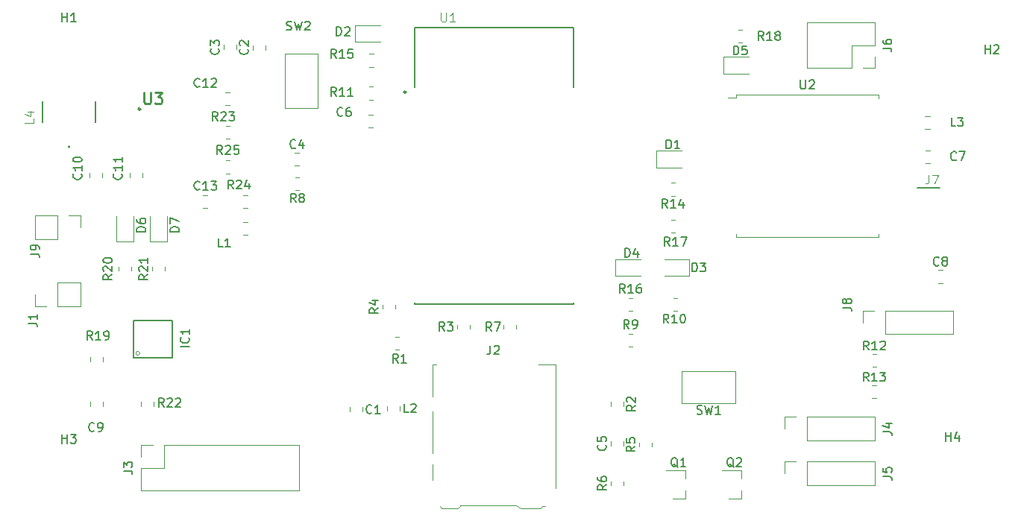
<source format=gbr>
%TF.GenerationSoftware,KiCad,Pcbnew,(5.1.9)-1*%
%TF.CreationDate,2021-07-21T07:35:28-05:00*%
%TF.ProjectId,SE_placa,53455f70-6c61-4636-912e-6b696361645f,A*%
%TF.SameCoordinates,Original*%
%TF.FileFunction,Legend,Top*%
%TF.FilePolarity,Positive*%
%FSLAX46Y46*%
G04 Gerber Fmt 4.6, Leading zero omitted, Abs format (unit mm)*
G04 Created by KiCad (PCBNEW (5.1.9)-1) date 2021-07-21 07:35:28*
%MOMM*%
%LPD*%
G01*
G04 APERTURE LIST*
%ADD10C,0.120000*%
%ADD11C,0.127000*%
%ADD12C,0.240000*%
%ADD13C,0.100000*%
%ADD14C,0.200000*%
%ADD15C,0.254000*%
%ADD16C,0.150000*%
%ADD17C,0.015000*%
G04 APERTURE END LIST*
D10*
%TO.C,J3*%
X123765000Y-73720000D02*
X123765000Y-71120000D01*
X123765000Y-73720000D02*
X141665000Y-73720000D01*
X141665000Y-73720000D02*
X141665000Y-68520000D01*
X126365000Y-68520000D02*
X141665000Y-68520000D01*
X126365000Y-71120000D02*
X126365000Y-68520000D01*
X123765000Y-71120000D02*
X126365000Y-71120000D01*
X123765000Y-68520000D02*
X125095000Y-68520000D01*
X123765000Y-69850000D02*
X123765000Y-68520000D01*
%TO.C,U2*%
X191290000Y-28730000D02*
X207490000Y-28730000D01*
X207490000Y-28730000D02*
X207490000Y-29130000D01*
X191290000Y-44530000D02*
X191290000Y-44930000D01*
X191290000Y-44930000D02*
X207490000Y-44930000D01*
X207490000Y-44930000D02*
X207490000Y-44530000D01*
X191290000Y-28730000D02*
X191290000Y-29080000D01*
X191290000Y-29080000D02*
X190390000Y-29080000D01*
%TO.C,R10*%
X184647064Y-53313000D02*
X184192936Y-53313000D01*
X184647064Y-51843000D02*
X184192936Y-51843000D01*
D11*
%TO.C,U1*%
X154830000Y-27880000D02*
X154830000Y-21130000D01*
X154830000Y-21130000D02*
X172830000Y-21130000D01*
X172830000Y-21130000D02*
X172830000Y-27880000D01*
X154830000Y-52530000D02*
X172830000Y-52530000D01*
X172830000Y-52530000D02*
X172830000Y-52330000D01*
X154830000Y-52380000D02*
X154830000Y-52530000D01*
D12*
X153850000Y-28430000D02*
G75*
G03*
X153850000Y-28430000I-120000J0D01*
G01*
D10*
%TO.C,J2*%
X166835000Y-75695000D02*
X166325000Y-75345000D01*
X169345000Y-75495000D02*
X169605000Y-75495000D01*
X169145000Y-75695000D02*
X169345000Y-75495000D01*
X159745000Y-75695000D02*
X159955000Y-75495000D01*
X159955000Y-75345000D02*
X159955000Y-75495000D01*
X159955000Y-75345000D02*
X166325000Y-75345000D01*
X156855000Y-70735000D02*
X156855000Y-72535000D01*
X156855000Y-64735000D02*
X156855000Y-69435000D01*
X157885000Y-75695000D02*
X157685000Y-75495000D01*
X157885000Y-75695000D02*
X159745000Y-75695000D01*
X169145000Y-75695000D02*
X166835000Y-75695000D01*
X156855000Y-59425000D02*
X156855000Y-63035000D01*
X157305000Y-59425000D02*
X156855000Y-59425000D01*
X170825000Y-59425000D02*
X170825000Y-73435000D01*
X168905000Y-59425000D02*
X170825000Y-59425000D01*
%TO.C,R11*%
X149632936Y-27840000D02*
X150087064Y-27840000D01*
X149632936Y-29310000D02*
X150087064Y-29310000D01*
%TO.C,R18*%
X192013064Y-22833000D02*
X191558936Y-22833000D01*
X192013064Y-21363000D02*
X191558936Y-21363000D01*
%TO.C,SW2*%
X143836000Y-24118000D02*
X143836000Y-30238000D01*
X143836000Y-30238000D02*
X140136000Y-30238000D01*
X140136000Y-30238000D02*
X140136000Y-24118000D01*
X140136000Y-24118000D02*
X143836000Y-24118000D01*
D11*
%TO.C,J7*%
X214455000Y-39340000D02*
X211855000Y-39340000D01*
D10*
%TO.C,J6*%
X207070000Y-20514000D02*
X207070000Y-23114000D01*
X207070000Y-20514000D02*
X199330000Y-20514000D01*
X199330000Y-20514000D02*
X199330000Y-25714000D01*
X204470000Y-25714000D02*
X199330000Y-25714000D01*
X204470000Y-23114000D02*
X204470000Y-25714000D01*
X207070000Y-23114000D02*
X204470000Y-23114000D01*
X207070000Y-25714000D02*
X205740000Y-25714000D01*
X207070000Y-24384000D02*
X207070000Y-25714000D01*
%TO.C,C7*%
X212844748Y-35079000D02*
X213367252Y-35079000D01*
X212844748Y-36549000D02*
X213367252Y-36549000D01*
%TO.C,R19*%
X119480000Y-58573936D02*
X119480000Y-59028064D01*
X118010000Y-58573936D02*
X118010000Y-59028064D01*
%TO.C,C10*%
X117883000Y-38107252D02*
X117883000Y-37584748D01*
X119353000Y-38107252D02*
X119353000Y-37584748D01*
%TO.C,R8*%
X141721064Y-39597000D02*
X141266936Y-39597000D01*
X141721064Y-38127000D02*
X141266936Y-38127000D01*
%TO.C,R16*%
X179567064Y-53313000D02*
X179112936Y-53313000D01*
X179567064Y-51843000D02*
X179112936Y-51843000D01*
%TO.C,R17*%
X183922936Y-42953000D02*
X184377064Y-42953000D01*
X183922936Y-44423000D02*
X184377064Y-44423000D01*
%TO.C,R14*%
X184377064Y-40232000D02*
X183922936Y-40232000D01*
X184377064Y-38762000D02*
X183922936Y-38762000D01*
%TO.C,R15*%
X150134564Y-25563500D02*
X149680436Y-25563500D01*
X150134564Y-24093500D02*
X149680436Y-24093500D01*
%TO.C,R9*%
X179112936Y-55907000D02*
X179567064Y-55907000D01*
X179112936Y-57377000D02*
X179567064Y-57377000D01*
%TO.C,R7*%
X166343000Y-54906936D02*
X166343000Y-55361064D01*
X164873000Y-54906936D02*
X164873000Y-55361064D01*
%TO.C,R6*%
X177065000Y-73109064D02*
X177065000Y-72654936D01*
X178535000Y-73109064D02*
X178535000Y-72654936D01*
%TO.C,R5*%
X180303500Y-68727564D02*
X180303500Y-68273436D01*
X181773500Y-68727564D02*
X181773500Y-68273436D01*
%TO.C,R4*%
X151157000Y-53043064D02*
X151157000Y-52588936D01*
X152627000Y-53043064D02*
X152627000Y-52588936D01*
%TO.C,R3*%
X161136000Y-54890936D02*
X161136000Y-55345064D01*
X159666000Y-54890936D02*
X159666000Y-55345064D01*
%TO.C,R2*%
X178535000Y-63637936D02*
X178535000Y-64092064D01*
X177065000Y-63637936D02*
X177065000Y-64092064D01*
%TO.C,R1*%
X152633436Y-56224500D02*
X153087564Y-56224500D01*
X152633436Y-57694500D02*
X153087564Y-57694500D01*
%TO.C,Q2*%
X191895000Y-74605000D02*
X191895000Y-73675000D01*
X191895000Y-71445000D02*
X191895000Y-72375000D01*
X191895000Y-71445000D02*
X189735000Y-71445000D01*
X191895000Y-74605000D02*
X190435000Y-74605000D01*
%TO.C,Q1*%
X185545000Y-74605000D02*
X185545000Y-73675000D01*
X185545000Y-71445000D02*
X185545000Y-72375000D01*
X185545000Y-71445000D02*
X183385000Y-71445000D01*
X185545000Y-74605000D02*
X184085000Y-74605000D01*
%TO.C,L3*%
X213294752Y-32650500D02*
X212772248Y-32650500D01*
X213294752Y-31230500D02*
X212772248Y-31230500D01*
%TO.C,L2*%
X153110000Y-64118748D02*
X153110000Y-64641252D01*
X151690000Y-64118748D02*
X151690000Y-64641252D01*
%TO.C,J4*%
X199390000Y-68005000D02*
X199390000Y-65345000D01*
X199390000Y-68005000D02*
X207070000Y-68005000D01*
X207070000Y-68005000D02*
X207070000Y-65345000D01*
X199390000Y-65345000D02*
X207070000Y-65345000D01*
X196790000Y-65345000D02*
X198120000Y-65345000D01*
X196790000Y-66675000D02*
X196790000Y-65345000D01*
%TO.C,J8*%
X208280000Y-55940000D02*
X208280000Y-53280000D01*
X208280000Y-55940000D02*
X215960000Y-55940000D01*
X215960000Y-55940000D02*
X215960000Y-53280000D01*
X208280000Y-53280000D02*
X215960000Y-53280000D01*
X205680000Y-53280000D02*
X207010000Y-53280000D01*
X205680000Y-54610000D02*
X205680000Y-53280000D01*
%TO.C,D5*%
X192770000Y-24440000D02*
X189910000Y-24440000D01*
X189910000Y-24440000D02*
X189910000Y-26360000D01*
X189910000Y-26360000D02*
X192770000Y-26360000D01*
%TO.C,D4*%
X180451000Y-47427000D02*
X177591000Y-47427000D01*
X177591000Y-47427000D02*
X177591000Y-49347000D01*
X177591000Y-49347000D02*
X180451000Y-49347000D01*
%TO.C,D3*%
X183150000Y-49347000D02*
X186010000Y-49347000D01*
X186010000Y-49347000D02*
X186010000Y-47427000D01*
X186010000Y-47427000D02*
X183150000Y-47427000D01*
%TO.C,D1*%
X185141000Y-35108000D02*
X182281000Y-35108000D01*
X182281000Y-35108000D02*
X182281000Y-37028000D01*
X182281000Y-37028000D02*
X185141000Y-37028000D01*
%TO.C,D2*%
X150903000Y-20835000D02*
X148043000Y-20835000D01*
X148043000Y-20835000D02*
X148043000Y-22755000D01*
X148043000Y-22755000D02*
X150903000Y-22755000D01*
%TO.C,C8*%
X214241748Y-48668000D02*
X214764252Y-48668000D01*
X214241748Y-50138000D02*
X214764252Y-50138000D01*
%TO.C,C6*%
X149598748Y-31015000D02*
X150121252Y-31015000D01*
X149598748Y-32485000D02*
X150121252Y-32485000D01*
%TO.C,C4*%
X141216748Y-35333000D02*
X141739252Y-35333000D01*
X141216748Y-36803000D02*
X141739252Y-36803000D01*
%TO.C,C5*%
X177065000Y-68608752D02*
X177065000Y-68086248D01*
X178535000Y-68608752D02*
X178535000Y-68086248D01*
%TO.C,C1*%
X148944000Y-64212748D02*
X148944000Y-64735252D01*
X147474000Y-64212748D02*
X147474000Y-64735252D01*
%TO.C,C2*%
X137895000Y-23629252D02*
X137895000Y-23106748D01*
X136425000Y-23629252D02*
X136425000Y-23106748D01*
%TO.C,C3*%
X133123000Y-23607752D02*
X133123000Y-23085248D01*
X134593000Y-23607752D02*
X134593000Y-23085248D01*
%TO.C,C9*%
X118010000Y-63577748D02*
X118010000Y-64100252D01*
X119480000Y-63577748D02*
X119480000Y-64100252D01*
%TO.C,C11*%
X123925000Y-38128752D02*
X123925000Y-37606248D01*
X122455000Y-38128752D02*
X122455000Y-37606248D01*
%TO.C,C12*%
X133321248Y-28475000D02*
X133843752Y-28475000D01*
X133321248Y-29945000D02*
X133843752Y-29945000D01*
%TO.C,C13*%
X130781248Y-40159000D02*
X131303752Y-40159000D01*
X130781248Y-41629000D02*
X131303752Y-41629000D01*
%TO.C,D6*%
X122880000Y-45430000D02*
X122880000Y-42570000D01*
X120960000Y-45430000D02*
X122880000Y-45430000D01*
X120960000Y-42570000D02*
X120960000Y-45430000D01*
%TO.C,D7*%
X124770000Y-42570000D02*
X124770000Y-45430000D01*
X124770000Y-45430000D02*
X126690000Y-45430000D01*
X126690000Y-45430000D02*
X126690000Y-42570000D01*
D11*
%TO.C,IC1*%
X122895000Y-58615000D02*
X127295000Y-58615000D01*
X127295000Y-58615000D02*
X127295000Y-54415000D01*
X127295000Y-54415000D02*
X122895000Y-54415000D01*
X122895000Y-54415000D02*
X122895000Y-58615000D01*
D13*
X123618606Y-58115000D02*
G75*
G03*
X123618606Y-58115000I-223606J0D01*
G01*
D10*
%TO.C,J1*%
X116900000Y-52765000D02*
X116900000Y-50105000D01*
X114300000Y-52765000D02*
X116900000Y-52765000D01*
X114300000Y-50105000D02*
X116900000Y-50105000D01*
X114300000Y-52765000D02*
X114300000Y-50105000D01*
X113030000Y-52765000D02*
X111700000Y-52765000D01*
X111700000Y-52765000D02*
X111700000Y-51435000D01*
%TO.C,J5*%
X199390000Y-73085000D02*
X199390000Y-70425000D01*
X199390000Y-73085000D02*
X207070000Y-73085000D01*
X207070000Y-73085000D02*
X207070000Y-70425000D01*
X199390000Y-70425000D02*
X207070000Y-70425000D01*
X196790000Y-70425000D02*
X198120000Y-70425000D01*
X196790000Y-71755000D02*
X196790000Y-70425000D01*
%TO.C,J9*%
X116900000Y-42485000D02*
X116900000Y-43815000D01*
X115570000Y-42485000D02*
X116900000Y-42485000D01*
X114300000Y-42485000D02*
X114300000Y-45145000D01*
X114300000Y-45145000D02*
X111700000Y-45145000D01*
X114300000Y-42485000D02*
X111700000Y-42485000D01*
X111700000Y-42485000D02*
X111700000Y-45145000D01*
%TO.C,L1*%
X135374748Y-43232000D02*
X135897252Y-43232000D01*
X135374748Y-44652000D02*
X135897252Y-44652000D01*
D11*
%TO.C,L4*%
X112570000Y-31870000D02*
X112570000Y-29470000D01*
X118570000Y-31870000D02*
X118570000Y-29470000D01*
D14*
X115670000Y-34670000D02*
G75*
G03*
X115670000Y-34670000I-100000J0D01*
G01*
D10*
%TO.C,R12*%
X206782936Y-58193000D02*
X207237064Y-58193000D01*
X206782936Y-59663000D02*
X207237064Y-59663000D01*
%TO.C,R13*%
X206766936Y-63219000D02*
X207221064Y-63219000D01*
X206766936Y-61749000D02*
X207221064Y-61749000D01*
%TO.C,R20*%
X122655000Y-48757064D02*
X122655000Y-48302936D01*
X121185000Y-48757064D02*
X121185000Y-48302936D01*
%TO.C,R21*%
X124995000Y-48757064D02*
X124995000Y-48302936D01*
X126465000Y-48757064D02*
X126465000Y-48302936D01*
%TO.C,R22*%
X123725000Y-63637936D02*
X123725000Y-64092064D01*
X125195000Y-63637936D02*
X125195000Y-64092064D01*
%TO.C,R23*%
X133847064Y-33755000D02*
X133392936Y-33755000D01*
X133847064Y-32285000D02*
X133392936Y-32285000D01*
%TO.C,R24*%
X135392936Y-40159000D02*
X135847064Y-40159000D01*
X135392936Y-41629000D02*
X135847064Y-41629000D01*
%TO.C,R25*%
X133847064Y-36222000D02*
X133392936Y-36222000D01*
X133847064Y-37692000D02*
X133392936Y-37692000D01*
%TO.C,SW1*%
X191274000Y-60126000D02*
X191274000Y-63826000D01*
X185154000Y-60126000D02*
X191274000Y-60126000D01*
X185154000Y-63826000D02*
X185154000Y-60126000D01*
X191274000Y-63826000D02*
X185154000Y-63826000D01*
D15*
%TO.C,U3*%
X123701000Y-30358000D02*
G75*
G03*
X123701000Y-30358000I-125000J0D01*
G01*
%TO.C,J3*%
D16*
X121777380Y-71453333D02*
X122491666Y-71453333D01*
X122634523Y-71500952D01*
X122729761Y-71596190D01*
X122777380Y-71739047D01*
X122777380Y-71834285D01*
X121777380Y-71072380D02*
X121777380Y-70453333D01*
X122158333Y-70786666D01*
X122158333Y-70643809D01*
X122205952Y-70548571D01*
X122253571Y-70500952D01*
X122348809Y-70453333D01*
X122586904Y-70453333D01*
X122682142Y-70500952D01*
X122729761Y-70548571D01*
X122777380Y-70643809D01*
X122777380Y-70929523D01*
X122729761Y-71024761D01*
X122682142Y-71072380D01*
%TO.C,U2*%
X198628095Y-27082380D02*
X198628095Y-27891904D01*
X198675714Y-27987142D01*
X198723333Y-28034761D01*
X198818571Y-28082380D01*
X199009047Y-28082380D01*
X199104285Y-28034761D01*
X199151904Y-27987142D01*
X199199523Y-27891904D01*
X199199523Y-27082380D01*
X199628095Y-27177619D02*
X199675714Y-27130000D01*
X199770952Y-27082380D01*
X200009047Y-27082380D01*
X200104285Y-27130000D01*
X200151904Y-27177619D01*
X200199523Y-27272857D01*
X200199523Y-27368095D01*
X200151904Y-27510952D01*
X199580476Y-28082380D01*
X200199523Y-28082380D01*
%TO.C,R10*%
X183650142Y-54681380D02*
X183316809Y-54205190D01*
X183078714Y-54681380D02*
X183078714Y-53681380D01*
X183459666Y-53681380D01*
X183554904Y-53729000D01*
X183602523Y-53776619D01*
X183650142Y-53871857D01*
X183650142Y-54014714D01*
X183602523Y-54109952D01*
X183554904Y-54157571D01*
X183459666Y-54205190D01*
X183078714Y-54205190D01*
X184602523Y-54681380D02*
X184031095Y-54681380D01*
X184316809Y-54681380D02*
X184316809Y-53681380D01*
X184221571Y-53824238D01*
X184126333Y-53919476D01*
X184031095Y-53967095D01*
X185221571Y-53681380D02*
X185316809Y-53681380D01*
X185412047Y-53729000D01*
X185459666Y-53776619D01*
X185507285Y-53871857D01*
X185554904Y-54062333D01*
X185554904Y-54300428D01*
X185507285Y-54490904D01*
X185459666Y-54586142D01*
X185412047Y-54633761D01*
X185316809Y-54681380D01*
X185221571Y-54681380D01*
X185126333Y-54633761D01*
X185078714Y-54586142D01*
X185031095Y-54490904D01*
X184983476Y-54300428D01*
X184983476Y-54062333D01*
X185031095Y-53871857D01*
X185078714Y-53776619D01*
X185126333Y-53729000D01*
X185221571Y-53681380D01*
%TO.C,U1*%
D17*
X157829711Y-19458536D02*
X157829711Y-20269870D01*
X157877437Y-20365321D01*
X157925162Y-20413046D01*
X158020613Y-20460772D01*
X158211515Y-20460772D01*
X158306966Y-20413046D01*
X158354692Y-20365321D01*
X158402417Y-20269870D01*
X158402417Y-19458536D01*
X159404653Y-20460772D02*
X158831947Y-20460772D01*
X159118300Y-20460772D02*
X159118300Y-19458536D01*
X159022849Y-19601713D01*
X158927398Y-19697164D01*
X158831947Y-19744889D01*
%TO.C,J2*%
D16*
X163421666Y-57237380D02*
X163421666Y-57951666D01*
X163374047Y-58094523D01*
X163278809Y-58189761D01*
X163135952Y-58237380D01*
X163040714Y-58237380D01*
X163850238Y-57332619D02*
X163897857Y-57285000D01*
X163993095Y-57237380D01*
X164231190Y-57237380D01*
X164326428Y-57285000D01*
X164374047Y-57332619D01*
X164421666Y-57427857D01*
X164421666Y-57523095D01*
X164374047Y-57665952D01*
X163802619Y-58237380D01*
X164421666Y-58237380D01*
%TO.C,R11*%
X145915142Y-28900380D02*
X145581809Y-28424190D01*
X145343714Y-28900380D02*
X145343714Y-27900380D01*
X145724666Y-27900380D01*
X145819904Y-27948000D01*
X145867523Y-27995619D01*
X145915142Y-28090857D01*
X145915142Y-28233714D01*
X145867523Y-28328952D01*
X145819904Y-28376571D01*
X145724666Y-28424190D01*
X145343714Y-28424190D01*
X146867523Y-28900380D02*
X146296095Y-28900380D01*
X146581809Y-28900380D02*
X146581809Y-27900380D01*
X146486571Y-28043238D01*
X146391333Y-28138476D01*
X146296095Y-28186095D01*
X147819904Y-28900380D02*
X147248476Y-28900380D01*
X147534190Y-28900380D02*
X147534190Y-27900380D01*
X147438952Y-28043238D01*
X147343714Y-28138476D01*
X147248476Y-28186095D01*
%TO.C,R18*%
X194429142Y-22550380D02*
X194095809Y-22074190D01*
X193857714Y-22550380D02*
X193857714Y-21550380D01*
X194238666Y-21550380D01*
X194333904Y-21598000D01*
X194381523Y-21645619D01*
X194429142Y-21740857D01*
X194429142Y-21883714D01*
X194381523Y-21978952D01*
X194333904Y-22026571D01*
X194238666Y-22074190D01*
X193857714Y-22074190D01*
X195381523Y-22550380D02*
X194810095Y-22550380D01*
X195095809Y-22550380D02*
X195095809Y-21550380D01*
X195000571Y-21693238D01*
X194905333Y-21788476D01*
X194810095Y-21836095D01*
X195952952Y-21978952D02*
X195857714Y-21931333D01*
X195810095Y-21883714D01*
X195762476Y-21788476D01*
X195762476Y-21740857D01*
X195810095Y-21645619D01*
X195857714Y-21598000D01*
X195952952Y-21550380D01*
X196143428Y-21550380D01*
X196238666Y-21598000D01*
X196286285Y-21645619D01*
X196333904Y-21740857D01*
X196333904Y-21788476D01*
X196286285Y-21883714D01*
X196238666Y-21931333D01*
X196143428Y-21978952D01*
X195952952Y-21978952D01*
X195857714Y-22026571D01*
X195810095Y-22074190D01*
X195762476Y-22169428D01*
X195762476Y-22359904D01*
X195810095Y-22455142D01*
X195857714Y-22502761D01*
X195952952Y-22550380D01*
X196143428Y-22550380D01*
X196238666Y-22502761D01*
X196286285Y-22455142D01*
X196333904Y-22359904D01*
X196333904Y-22169428D01*
X196286285Y-22074190D01*
X196238666Y-22026571D01*
X196143428Y-21978952D01*
%TO.C,SW2*%
X140271666Y-21359761D02*
X140414523Y-21407380D01*
X140652619Y-21407380D01*
X140747857Y-21359761D01*
X140795476Y-21312142D01*
X140843095Y-21216904D01*
X140843095Y-21121666D01*
X140795476Y-21026428D01*
X140747857Y-20978809D01*
X140652619Y-20931190D01*
X140462142Y-20883571D01*
X140366904Y-20835952D01*
X140319285Y-20788333D01*
X140271666Y-20693095D01*
X140271666Y-20597857D01*
X140319285Y-20502619D01*
X140366904Y-20455000D01*
X140462142Y-20407380D01*
X140700238Y-20407380D01*
X140843095Y-20455000D01*
X141176428Y-20407380D02*
X141414523Y-21407380D01*
X141605000Y-20693095D01*
X141795476Y-21407380D01*
X142033571Y-20407380D01*
X142366904Y-20502619D02*
X142414523Y-20455000D01*
X142509761Y-20407380D01*
X142747857Y-20407380D01*
X142843095Y-20455000D01*
X142890714Y-20502619D01*
X142938333Y-20597857D01*
X142938333Y-20693095D01*
X142890714Y-20835952D01*
X142319285Y-21407380D01*
X142938333Y-21407380D01*
%TO.C,J7*%
D17*
X213192626Y-37851909D02*
X213192626Y-38566999D01*
X213144953Y-38710017D01*
X213049608Y-38805362D01*
X212906590Y-38853035D01*
X212811245Y-38853035D01*
X213574007Y-37851909D02*
X214241425Y-37851909D01*
X213812371Y-38853035D01*
%TO.C,J6*%
D16*
X207962380Y-23447333D02*
X208676666Y-23447333D01*
X208819523Y-23494952D01*
X208914761Y-23590190D01*
X208962380Y-23733047D01*
X208962380Y-23828285D01*
X207962380Y-22542571D02*
X207962380Y-22733047D01*
X208010000Y-22828285D01*
X208057619Y-22875904D01*
X208200476Y-22971142D01*
X208390952Y-23018761D01*
X208771904Y-23018761D01*
X208867142Y-22971142D01*
X208914761Y-22923523D01*
X208962380Y-22828285D01*
X208962380Y-22637809D01*
X208914761Y-22542571D01*
X208867142Y-22494952D01*
X208771904Y-22447333D01*
X208533809Y-22447333D01*
X208438571Y-22494952D01*
X208390952Y-22542571D01*
X208343333Y-22637809D01*
X208343333Y-22828285D01*
X208390952Y-22923523D01*
X208438571Y-22971142D01*
X208533809Y-23018761D01*
%TO.C,C7*%
X216304833Y-36107642D02*
X216257214Y-36155261D01*
X216114357Y-36202880D01*
X216019119Y-36202880D01*
X215876261Y-36155261D01*
X215781023Y-36060023D01*
X215733404Y-35964785D01*
X215685785Y-35774309D01*
X215685785Y-35631452D01*
X215733404Y-35440976D01*
X215781023Y-35345738D01*
X215876261Y-35250500D01*
X216019119Y-35202880D01*
X216114357Y-35202880D01*
X216257214Y-35250500D01*
X216304833Y-35298119D01*
X216638166Y-35202880D02*
X217304833Y-35202880D01*
X216876261Y-36202880D01*
%TO.C,R19*%
X118229142Y-56586380D02*
X117895809Y-56110190D01*
X117657714Y-56586380D02*
X117657714Y-55586380D01*
X118038666Y-55586380D01*
X118133904Y-55634000D01*
X118181523Y-55681619D01*
X118229142Y-55776857D01*
X118229142Y-55919714D01*
X118181523Y-56014952D01*
X118133904Y-56062571D01*
X118038666Y-56110190D01*
X117657714Y-56110190D01*
X119181523Y-56586380D02*
X118610095Y-56586380D01*
X118895809Y-56586380D02*
X118895809Y-55586380D01*
X118800571Y-55729238D01*
X118705333Y-55824476D01*
X118610095Y-55872095D01*
X119657714Y-56586380D02*
X119848190Y-56586380D01*
X119943428Y-56538761D01*
X119991047Y-56491142D01*
X120086285Y-56348285D01*
X120133904Y-56157809D01*
X120133904Y-55776857D01*
X120086285Y-55681619D01*
X120038666Y-55634000D01*
X119943428Y-55586380D01*
X119752952Y-55586380D01*
X119657714Y-55634000D01*
X119610095Y-55681619D01*
X119562476Y-55776857D01*
X119562476Y-56014952D01*
X119610095Y-56110190D01*
X119657714Y-56157809D01*
X119752952Y-56205428D01*
X119943428Y-56205428D01*
X120038666Y-56157809D01*
X120086285Y-56110190D01*
X120133904Y-56014952D01*
%TO.C,C10*%
X116943142Y-37726857D02*
X116990761Y-37774476D01*
X117038380Y-37917333D01*
X117038380Y-38012571D01*
X116990761Y-38155428D01*
X116895523Y-38250666D01*
X116800285Y-38298285D01*
X116609809Y-38345904D01*
X116466952Y-38345904D01*
X116276476Y-38298285D01*
X116181238Y-38250666D01*
X116086000Y-38155428D01*
X116038380Y-38012571D01*
X116038380Y-37917333D01*
X116086000Y-37774476D01*
X116133619Y-37726857D01*
X117038380Y-36774476D02*
X117038380Y-37345904D01*
X117038380Y-37060190D02*
X116038380Y-37060190D01*
X116181238Y-37155428D01*
X116276476Y-37250666D01*
X116324095Y-37345904D01*
X116038380Y-36155428D02*
X116038380Y-36060190D01*
X116086000Y-35964952D01*
X116133619Y-35917333D01*
X116228857Y-35869714D01*
X116419333Y-35822095D01*
X116657428Y-35822095D01*
X116847904Y-35869714D01*
X116943142Y-35917333D01*
X116990761Y-35964952D01*
X117038380Y-36060190D01*
X117038380Y-36155428D01*
X116990761Y-36250666D01*
X116943142Y-36298285D01*
X116847904Y-36345904D01*
X116657428Y-36393523D01*
X116419333Y-36393523D01*
X116228857Y-36345904D01*
X116133619Y-36298285D01*
X116086000Y-36250666D01*
X116038380Y-36155428D01*
%TO.C,R8*%
X141327333Y-40964380D02*
X140994000Y-40488190D01*
X140755904Y-40964380D02*
X140755904Y-39964380D01*
X141136857Y-39964380D01*
X141232095Y-40012000D01*
X141279714Y-40059619D01*
X141327333Y-40154857D01*
X141327333Y-40297714D01*
X141279714Y-40392952D01*
X141232095Y-40440571D01*
X141136857Y-40488190D01*
X140755904Y-40488190D01*
X141898761Y-40392952D02*
X141803523Y-40345333D01*
X141755904Y-40297714D01*
X141708285Y-40202476D01*
X141708285Y-40154857D01*
X141755904Y-40059619D01*
X141803523Y-40012000D01*
X141898761Y-39964380D01*
X142089238Y-39964380D01*
X142184476Y-40012000D01*
X142232095Y-40059619D01*
X142279714Y-40154857D01*
X142279714Y-40202476D01*
X142232095Y-40297714D01*
X142184476Y-40345333D01*
X142089238Y-40392952D01*
X141898761Y-40392952D01*
X141803523Y-40440571D01*
X141755904Y-40488190D01*
X141708285Y-40583428D01*
X141708285Y-40773904D01*
X141755904Y-40869142D01*
X141803523Y-40916761D01*
X141898761Y-40964380D01*
X142089238Y-40964380D01*
X142184476Y-40916761D01*
X142232095Y-40869142D01*
X142279714Y-40773904D01*
X142279714Y-40583428D01*
X142232095Y-40488190D01*
X142184476Y-40440571D01*
X142089238Y-40392952D01*
%TO.C,R16*%
X178681142Y-51252380D02*
X178347809Y-50776190D01*
X178109714Y-51252380D02*
X178109714Y-50252380D01*
X178490666Y-50252380D01*
X178585904Y-50300000D01*
X178633523Y-50347619D01*
X178681142Y-50442857D01*
X178681142Y-50585714D01*
X178633523Y-50680952D01*
X178585904Y-50728571D01*
X178490666Y-50776190D01*
X178109714Y-50776190D01*
X179633523Y-51252380D02*
X179062095Y-51252380D01*
X179347809Y-51252380D02*
X179347809Y-50252380D01*
X179252571Y-50395238D01*
X179157333Y-50490476D01*
X179062095Y-50538095D01*
X180490666Y-50252380D02*
X180300190Y-50252380D01*
X180204952Y-50300000D01*
X180157333Y-50347619D01*
X180062095Y-50490476D01*
X180014476Y-50680952D01*
X180014476Y-51061904D01*
X180062095Y-51157142D01*
X180109714Y-51204761D01*
X180204952Y-51252380D01*
X180395428Y-51252380D01*
X180490666Y-51204761D01*
X180538285Y-51157142D01*
X180585904Y-51061904D01*
X180585904Y-50823809D01*
X180538285Y-50728571D01*
X180490666Y-50680952D01*
X180395428Y-50633333D01*
X180204952Y-50633333D01*
X180109714Y-50680952D01*
X180062095Y-50728571D01*
X180014476Y-50823809D01*
%TO.C,R17*%
X183761142Y-45918380D02*
X183427809Y-45442190D01*
X183189714Y-45918380D02*
X183189714Y-44918380D01*
X183570666Y-44918380D01*
X183665904Y-44966000D01*
X183713523Y-45013619D01*
X183761142Y-45108857D01*
X183761142Y-45251714D01*
X183713523Y-45346952D01*
X183665904Y-45394571D01*
X183570666Y-45442190D01*
X183189714Y-45442190D01*
X184713523Y-45918380D02*
X184142095Y-45918380D01*
X184427809Y-45918380D02*
X184427809Y-44918380D01*
X184332571Y-45061238D01*
X184237333Y-45156476D01*
X184142095Y-45204095D01*
X185046857Y-44918380D02*
X185713523Y-44918380D01*
X185284952Y-45918380D01*
%TO.C,R14*%
X183507142Y-41599380D02*
X183173809Y-41123190D01*
X182935714Y-41599380D02*
X182935714Y-40599380D01*
X183316666Y-40599380D01*
X183411904Y-40647000D01*
X183459523Y-40694619D01*
X183507142Y-40789857D01*
X183507142Y-40932714D01*
X183459523Y-41027952D01*
X183411904Y-41075571D01*
X183316666Y-41123190D01*
X182935714Y-41123190D01*
X184459523Y-41599380D02*
X183888095Y-41599380D01*
X184173809Y-41599380D02*
X184173809Y-40599380D01*
X184078571Y-40742238D01*
X183983333Y-40837476D01*
X183888095Y-40885095D01*
X185316666Y-40932714D02*
X185316666Y-41599380D01*
X185078571Y-40551761D02*
X184840476Y-41266047D01*
X185459523Y-41266047D01*
%TO.C,R15*%
X145915142Y-24582380D02*
X145581809Y-24106190D01*
X145343714Y-24582380D02*
X145343714Y-23582380D01*
X145724666Y-23582380D01*
X145819904Y-23630000D01*
X145867523Y-23677619D01*
X145915142Y-23772857D01*
X145915142Y-23915714D01*
X145867523Y-24010952D01*
X145819904Y-24058571D01*
X145724666Y-24106190D01*
X145343714Y-24106190D01*
X146867523Y-24582380D02*
X146296095Y-24582380D01*
X146581809Y-24582380D02*
X146581809Y-23582380D01*
X146486571Y-23725238D01*
X146391333Y-23820476D01*
X146296095Y-23868095D01*
X147772285Y-23582380D02*
X147296095Y-23582380D01*
X147248476Y-24058571D01*
X147296095Y-24010952D01*
X147391333Y-23963333D01*
X147629428Y-23963333D01*
X147724666Y-24010952D01*
X147772285Y-24058571D01*
X147819904Y-24153809D01*
X147819904Y-24391904D01*
X147772285Y-24487142D01*
X147724666Y-24534761D01*
X147629428Y-24582380D01*
X147391333Y-24582380D01*
X147296095Y-24534761D01*
X147248476Y-24487142D01*
%TO.C,R9*%
X179157333Y-55316380D02*
X178824000Y-54840190D01*
X178585904Y-55316380D02*
X178585904Y-54316380D01*
X178966857Y-54316380D01*
X179062095Y-54364000D01*
X179109714Y-54411619D01*
X179157333Y-54506857D01*
X179157333Y-54649714D01*
X179109714Y-54744952D01*
X179062095Y-54792571D01*
X178966857Y-54840190D01*
X178585904Y-54840190D01*
X179633523Y-55316380D02*
X179824000Y-55316380D01*
X179919238Y-55268761D01*
X179966857Y-55221142D01*
X180062095Y-55078285D01*
X180109714Y-54887809D01*
X180109714Y-54506857D01*
X180062095Y-54411619D01*
X180014476Y-54364000D01*
X179919238Y-54316380D01*
X179728761Y-54316380D01*
X179633523Y-54364000D01*
X179585904Y-54411619D01*
X179538285Y-54506857D01*
X179538285Y-54744952D01*
X179585904Y-54840190D01*
X179633523Y-54887809D01*
X179728761Y-54935428D01*
X179919238Y-54935428D01*
X180014476Y-54887809D01*
X180062095Y-54840190D01*
X180109714Y-54744952D01*
%TO.C,R7*%
X163536333Y-55586380D02*
X163203000Y-55110190D01*
X162964904Y-55586380D02*
X162964904Y-54586380D01*
X163345857Y-54586380D01*
X163441095Y-54634000D01*
X163488714Y-54681619D01*
X163536333Y-54776857D01*
X163536333Y-54919714D01*
X163488714Y-55014952D01*
X163441095Y-55062571D01*
X163345857Y-55110190D01*
X162964904Y-55110190D01*
X163869666Y-54586380D02*
X164536333Y-54586380D01*
X164107761Y-55586380D01*
%TO.C,R6*%
X176602380Y-73048666D02*
X176126190Y-73382000D01*
X176602380Y-73620095D02*
X175602380Y-73620095D01*
X175602380Y-73239142D01*
X175650000Y-73143904D01*
X175697619Y-73096285D01*
X175792857Y-73048666D01*
X175935714Y-73048666D01*
X176030952Y-73096285D01*
X176078571Y-73143904D01*
X176126190Y-73239142D01*
X176126190Y-73620095D01*
X175602380Y-72191523D02*
X175602380Y-72382000D01*
X175650000Y-72477238D01*
X175697619Y-72524857D01*
X175840476Y-72620095D01*
X176030952Y-72667714D01*
X176411904Y-72667714D01*
X176507142Y-72620095D01*
X176554761Y-72572476D01*
X176602380Y-72477238D01*
X176602380Y-72286761D01*
X176554761Y-72191523D01*
X176507142Y-72143904D01*
X176411904Y-72096285D01*
X176173809Y-72096285D01*
X176078571Y-72143904D01*
X176030952Y-72191523D01*
X175983333Y-72286761D01*
X175983333Y-72477238D01*
X176030952Y-72572476D01*
X176078571Y-72620095D01*
X176173809Y-72667714D01*
%TO.C,R5*%
X179840880Y-68667166D02*
X179364690Y-69000500D01*
X179840880Y-69238595D02*
X178840880Y-69238595D01*
X178840880Y-68857642D01*
X178888500Y-68762404D01*
X178936119Y-68714785D01*
X179031357Y-68667166D01*
X179174214Y-68667166D01*
X179269452Y-68714785D01*
X179317071Y-68762404D01*
X179364690Y-68857642D01*
X179364690Y-69238595D01*
X178840880Y-67762404D02*
X178840880Y-68238595D01*
X179317071Y-68286214D01*
X179269452Y-68238595D01*
X179221833Y-68143357D01*
X179221833Y-67905261D01*
X179269452Y-67810023D01*
X179317071Y-67762404D01*
X179412309Y-67714785D01*
X179650404Y-67714785D01*
X179745642Y-67762404D01*
X179793261Y-67810023D01*
X179840880Y-67905261D01*
X179840880Y-68143357D01*
X179793261Y-68238595D01*
X179745642Y-68286214D01*
%TO.C,R4*%
X150694380Y-52982666D02*
X150218190Y-53316000D01*
X150694380Y-53554095D02*
X149694380Y-53554095D01*
X149694380Y-53173142D01*
X149742000Y-53077904D01*
X149789619Y-53030285D01*
X149884857Y-52982666D01*
X150027714Y-52982666D01*
X150122952Y-53030285D01*
X150170571Y-53077904D01*
X150218190Y-53173142D01*
X150218190Y-53554095D01*
X150027714Y-52125523D02*
X150694380Y-52125523D01*
X149646761Y-52363619D02*
X150361047Y-52601714D01*
X150361047Y-51982666D01*
%TO.C,R3*%
X158202333Y-55554380D02*
X157869000Y-55078190D01*
X157630904Y-55554380D02*
X157630904Y-54554380D01*
X158011857Y-54554380D01*
X158107095Y-54602000D01*
X158154714Y-54649619D01*
X158202333Y-54744857D01*
X158202333Y-54887714D01*
X158154714Y-54982952D01*
X158107095Y-55030571D01*
X158011857Y-55078190D01*
X157630904Y-55078190D01*
X158535666Y-54554380D02*
X159154714Y-54554380D01*
X158821380Y-54935333D01*
X158964238Y-54935333D01*
X159059476Y-54982952D01*
X159107095Y-55030571D01*
X159154714Y-55125809D01*
X159154714Y-55363904D01*
X159107095Y-55459142D01*
X159059476Y-55506761D01*
X158964238Y-55554380D01*
X158678523Y-55554380D01*
X158583285Y-55506761D01*
X158535666Y-55459142D01*
%TO.C,R2*%
X179902380Y-64031666D02*
X179426190Y-64365000D01*
X179902380Y-64603095D02*
X178902380Y-64603095D01*
X178902380Y-64222142D01*
X178950000Y-64126904D01*
X178997619Y-64079285D01*
X179092857Y-64031666D01*
X179235714Y-64031666D01*
X179330952Y-64079285D01*
X179378571Y-64126904D01*
X179426190Y-64222142D01*
X179426190Y-64603095D01*
X178997619Y-63650714D02*
X178950000Y-63603095D01*
X178902380Y-63507857D01*
X178902380Y-63269761D01*
X178950000Y-63174523D01*
X178997619Y-63126904D01*
X179092857Y-63079285D01*
X179188095Y-63079285D01*
X179330952Y-63126904D01*
X179902380Y-63698333D01*
X179902380Y-63079285D01*
%TO.C,R1*%
X152931833Y-59189880D02*
X152598500Y-58713690D01*
X152360404Y-59189880D02*
X152360404Y-58189880D01*
X152741357Y-58189880D01*
X152836595Y-58237500D01*
X152884214Y-58285119D01*
X152931833Y-58380357D01*
X152931833Y-58523214D01*
X152884214Y-58618452D01*
X152836595Y-58666071D01*
X152741357Y-58713690D01*
X152360404Y-58713690D01*
X153884214Y-59189880D02*
X153312785Y-59189880D01*
X153598500Y-59189880D02*
X153598500Y-58189880D01*
X153503261Y-58332738D01*
X153408023Y-58427976D01*
X153312785Y-58475595D01*
%TO.C,Q2*%
X191039761Y-71072619D02*
X190944523Y-71025000D01*
X190849285Y-70929761D01*
X190706428Y-70786904D01*
X190611190Y-70739285D01*
X190515952Y-70739285D01*
X190563571Y-70977380D02*
X190468333Y-70929761D01*
X190373095Y-70834523D01*
X190325476Y-70644047D01*
X190325476Y-70310714D01*
X190373095Y-70120238D01*
X190468333Y-70025000D01*
X190563571Y-69977380D01*
X190754047Y-69977380D01*
X190849285Y-70025000D01*
X190944523Y-70120238D01*
X190992142Y-70310714D01*
X190992142Y-70644047D01*
X190944523Y-70834523D01*
X190849285Y-70929761D01*
X190754047Y-70977380D01*
X190563571Y-70977380D01*
X191373095Y-70072619D02*
X191420714Y-70025000D01*
X191515952Y-69977380D01*
X191754047Y-69977380D01*
X191849285Y-70025000D01*
X191896904Y-70072619D01*
X191944523Y-70167857D01*
X191944523Y-70263095D01*
X191896904Y-70405952D01*
X191325476Y-70977380D01*
X191944523Y-70977380D01*
%TO.C,Q1*%
X184689761Y-71072619D02*
X184594523Y-71025000D01*
X184499285Y-70929761D01*
X184356428Y-70786904D01*
X184261190Y-70739285D01*
X184165952Y-70739285D01*
X184213571Y-70977380D02*
X184118333Y-70929761D01*
X184023095Y-70834523D01*
X183975476Y-70644047D01*
X183975476Y-70310714D01*
X184023095Y-70120238D01*
X184118333Y-70025000D01*
X184213571Y-69977380D01*
X184404047Y-69977380D01*
X184499285Y-70025000D01*
X184594523Y-70120238D01*
X184642142Y-70310714D01*
X184642142Y-70644047D01*
X184594523Y-70834523D01*
X184499285Y-70929761D01*
X184404047Y-70977380D01*
X184213571Y-70977380D01*
X185594523Y-70977380D02*
X185023095Y-70977380D01*
X185308809Y-70977380D02*
X185308809Y-69977380D01*
X185213571Y-70120238D01*
X185118333Y-70215476D01*
X185023095Y-70263095D01*
%TO.C,L3*%
X216241333Y-32329380D02*
X215765142Y-32329380D01*
X215765142Y-31329380D01*
X216479428Y-31329380D02*
X217098476Y-31329380D01*
X216765142Y-31710333D01*
X216908000Y-31710333D01*
X217003238Y-31757952D01*
X217050857Y-31805571D01*
X217098476Y-31900809D01*
X217098476Y-32138904D01*
X217050857Y-32234142D01*
X217003238Y-32281761D01*
X216908000Y-32329380D01*
X216622285Y-32329380D01*
X216527047Y-32281761D01*
X216479428Y-32234142D01*
%TO.C,L2*%
X154138333Y-64832380D02*
X153662142Y-64832380D01*
X153662142Y-63832380D01*
X154424047Y-63927619D02*
X154471666Y-63880000D01*
X154566904Y-63832380D01*
X154805000Y-63832380D01*
X154900238Y-63880000D01*
X154947857Y-63927619D01*
X154995476Y-64022857D01*
X154995476Y-64118095D01*
X154947857Y-64260952D01*
X154376428Y-64832380D01*
X154995476Y-64832380D01*
%TO.C,J4*%
X207986380Y-67008333D02*
X208700666Y-67008333D01*
X208843523Y-67055952D01*
X208938761Y-67151190D01*
X208986380Y-67294047D01*
X208986380Y-67389285D01*
X208319714Y-66103571D02*
X208986380Y-66103571D01*
X207938761Y-66341666D02*
X208653047Y-66579761D01*
X208653047Y-65960714D01*
%TO.C,J8*%
X203414380Y-52911333D02*
X204128666Y-52911333D01*
X204271523Y-52958952D01*
X204366761Y-53054190D01*
X204414380Y-53197047D01*
X204414380Y-53292285D01*
X203842952Y-52292285D02*
X203795333Y-52387523D01*
X203747714Y-52435142D01*
X203652476Y-52482761D01*
X203604857Y-52482761D01*
X203509619Y-52435142D01*
X203462000Y-52387523D01*
X203414380Y-52292285D01*
X203414380Y-52101809D01*
X203462000Y-52006571D01*
X203509619Y-51958952D01*
X203604857Y-51911333D01*
X203652476Y-51911333D01*
X203747714Y-51958952D01*
X203795333Y-52006571D01*
X203842952Y-52101809D01*
X203842952Y-52292285D01*
X203890571Y-52387523D01*
X203938190Y-52435142D01*
X204033428Y-52482761D01*
X204223904Y-52482761D01*
X204319142Y-52435142D01*
X204366761Y-52387523D01*
X204414380Y-52292285D01*
X204414380Y-52101809D01*
X204366761Y-52006571D01*
X204319142Y-51958952D01*
X204223904Y-51911333D01*
X204033428Y-51911333D01*
X203938190Y-51958952D01*
X203890571Y-52006571D01*
X203842952Y-52101809D01*
%TO.C,D5*%
X191031904Y-24202380D02*
X191031904Y-23202380D01*
X191270000Y-23202380D01*
X191412857Y-23250000D01*
X191508095Y-23345238D01*
X191555714Y-23440476D01*
X191603333Y-23630952D01*
X191603333Y-23773809D01*
X191555714Y-23964285D01*
X191508095Y-24059523D01*
X191412857Y-24154761D01*
X191270000Y-24202380D01*
X191031904Y-24202380D01*
X192508095Y-23202380D02*
X192031904Y-23202380D01*
X191984285Y-23678571D01*
X192031904Y-23630952D01*
X192127142Y-23583333D01*
X192365238Y-23583333D01*
X192460476Y-23630952D01*
X192508095Y-23678571D01*
X192555714Y-23773809D01*
X192555714Y-24011904D01*
X192508095Y-24107142D01*
X192460476Y-24154761D01*
X192365238Y-24202380D01*
X192127142Y-24202380D01*
X192031904Y-24154761D01*
X191984285Y-24107142D01*
%TO.C,D4*%
X178712904Y-47188380D02*
X178712904Y-46188380D01*
X178951000Y-46188380D01*
X179093857Y-46236000D01*
X179189095Y-46331238D01*
X179236714Y-46426476D01*
X179284333Y-46616952D01*
X179284333Y-46759809D01*
X179236714Y-46950285D01*
X179189095Y-47045523D01*
X179093857Y-47140761D01*
X178951000Y-47188380D01*
X178712904Y-47188380D01*
X180141476Y-46521714D02*
X180141476Y-47188380D01*
X179903380Y-46140761D02*
X179665285Y-46855047D01*
X180284333Y-46855047D01*
%TO.C,D3*%
X186341904Y-48839380D02*
X186341904Y-47839380D01*
X186580000Y-47839380D01*
X186722857Y-47887000D01*
X186818095Y-47982238D01*
X186865714Y-48077476D01*
X186913333Y-48267952D01*
X186913333Y-48410809D01*
X186865714Y-48601285D01*
X186818095Y-48696523D01*
X186722857Y-48791761D01*
X186580000Y-48839380D01*
X186341904Y-48839380D01*
X187246666Y-47839380D02*
X187865714Y-47839380D01*
X187532380Y-48220333D01*
X187675238Y-48220333D01*
X187770476Y-48267952D01*
X187818095Y-48315571D01*
X187865714Y-48410809D01*
X187865714Y-48648904D01*
X187818095Y-48744142D01*
X187770476Y-48791761D01*
X187675238Y-48839380D01*
X187389523Y-48839380D01*
X187294285Y-48791761D01*
X187246666Y-48744142D01*
%TO.C,D1*%
X183402904Y-34870380D02*
X183402904Y-33870380D01*
X183641000Y-33870380D01*
X183783857Y-33918000D01*
X183879095Y-34013238D01*
X183926714Y-34108476D01*
X183974333Y-34298952D01*
X183974333Y-34441809D01*
X183926714Y-34632285D01*
X183879095Y-34727523D01*
X183783857Y-34822761D01*
X183641000Y-34870380D01*
X183402904Y-34870380D01*
X184926714Y-34870380D02*
X184355285Y-34870380D01*
X184641000Y-34870380D02*
X184641000Y-33870380D01*
X184545761Y-34013238D01*
X184450523Y-34108476D01*
X184355285Y-34156095D01*
%TO.C,D2*%
X145946904Y-22042380D02*
X145946904Y-21042380D01*
X146185000Y-21042380D01*
X146327857Y-21090000D01*
X146423095Y-21185238D01*
X146470714Y-21280476D01*
X146518333Y-21470952D01*
X146518333Y-21613809D01*
X146470714Y-21804285D01*
X146423095Y-21899523D01*
X146327857Y-21994761D01*
X146185000Y-22042380D01*
X145946904Y-22042380D01*
X146899285Y-21137619D02*
X146946904Y-21090000D01*
X147042142Y-21042380D01*
X147280238Y-21042380D01*
X147375476Y-21090000D01*
X147423095Y-21137619D01*
X147470714Y-21232857D01*
X147470714Y-21328095D01*
X147423095Y-21470952D01*
X146851666Y-22042380D01*
X147470714Y-22042380D01*
%TO.C,C8*%
X214336333Y-48080142D02*
X214288714Y-48127761D01*
X214145857Y-48175380D01*
X214050619Y-48175380D01*
X213907761Y-48127761D01*
X213812523Y-48032523D01*
X213764904Y-47937285D01*
X213717285Y-47746809D01*
X213717285Y-47603952D01*
X213764904Y-47413476D01*
X213812523Y-47318238D01*
X213907761Y-47223000D01*
X214050619Y-47175380D01*
X214145857Y-47175380D01*
X214288714Y-47223000D01*
X214336333Y-47270619D01*
X214907761Y-47603952D02*
X214812523Y-47556333D01*
X214764904Y-47508714D01*
X214717285Y-47413476D01*
X214717285Y-47365857D01*
X214764904Y-47270619D01*
X214812523Y-47223000D01*
X214907761Y-47175380D01*
X215098238Y-47175380D01*
X215193476Y-47223000D01*
X215241095Y-47270619D01*
X215288714Y-47365857D01*
X215288714Y-47413476D01*
X215241095Y-47508714D01*
X215193476Y-47556333D01*
X215098238Y-47603952D01*
X214907761Y-47603952D01*
X214812523Y-47651571D01*
X214764904Y-47699190D01*
X214717285Y-47794428D01*
X214717285Y-47984904D01*
X214764904Y-48080142D01*
X214812523Y-48127761D01*
X214907761Y-48175380D01*
X215098238Y-48175380D01*
X215193476Y-48127761D01*
X215241095Y-48080142D01*
X215288714Y-47984904D01*
X215288714Y-47794428D01*
X215241095Y-47699190D01*
X215193476Y-47651571D01*
X215098238Y-47603952D01*
%TO.C,C6*%
X146645333Y-31091142D02*
X146597714Y-31138761D01*
X146454857Y-31186380D01*
X146359619Y-31186380D01*
X146216761Y-31138761D01*
X146121523Y-31043523D01*
X146073904Y-30948285D01*
X146026285Y-30757809D01*
X146026285Y-30614952D01*
X146073904Y-30424476D01*
X146121523Y-30329238D01*
X146216761Y-30234000D01*
X146359619Y-30186380D01*
X146454857Y-30186380D01*
X146597714Y-30234000D01*
X146645333Y-30281619D01*
X147502476Y-30186380D02*
X147312000Y-30186380D01*
X147216761Y-30234000D01*
X147169142Y-30281619D01*
X147073904Y-30424476D01*
X147026285Y-30614952D01*
X147026285Y-30995904D01*
X147073904Y-31091142D01*
X147121523Y-31138761D01*
X147216761Y-31186380D01*
X147407238Y-31186380D01*
X147502476Y-31138761D01*
X147550095Y-31091142D01*
X147597714Y-30995904D01*
X147597714Y-30757809D01*
X147550095Y-30662571D01*
X147502476Y-30614952D01*
X147407238Y-30567333D01*
X147216761Y-30567333D01*
X147121523Y-30614952D01*
X147073904Y-30662571D01*
X147026285Y-30757809D01*
%TO.C,C4*%
X141311333Y-34745142D02*
X141263714Y-34792761D01*
X141120857Y-34840380D01*
X141025619Y-34840380D01*
X140882761Y-34792761D01*
X140787523Y-34697523D01*
X140739904Y-34602285D01*
X140692285Y-34411809D01*
X140692285Y-34268952D01*
X140739904Y-34078476D01*
X140787523Y-33983238D01*
X140882761Y-33888000D01*
X141025619Y-33840380D01*
X141120857Y-33840380D01*
X141263714Y-33888000D01*
X141311333Y-33935619D01*
X142168476Y-34173714D02*
X142168476Y-34840380D01*
X141930380Y-33792761D02*
X141692285Y-34507047D01*
X142311333Y-34507047D01*
%TO.C,C5*%
X176477142Y-68514166D02*
X176524761Y-68561785D01*
X176572380Y-68704642D01*
X176572380Y-68799880D01*
X176524761Y-68942738D01*
X176429523Y-69037976D01*
X176334285Y-69085595D01*
X176143809Y-69133214D01*
X176000952Y-69133214D01*
X175810476Y-69085595D01*
X175715238Y-69037976D01*
X175620000Y-68942738D01*
X175572380Y-68799880D01*
X175572380Y-68704642D01*
X175620000Y-68561785D01*
X175667619Y-68514166D01*
X175572380Y-67609404D02*
X175572380Y-68085595D01*
X176048571Y-68133214D01*
X176000952Y-68085595D01*
X175953333Y-67990357D01*
X175953333Y-67752261D01*
X176000952Y-67657023D01*
X176048571Y-67609404D01*
X176143809Y-67561785D01*
X176381904Y-67561785D01*
X176477142Y-67609404D01*
X176524761Y-67657023D01*
X176572380Y-67752261D01*
X176572380Y-67990357D01*
X176524761Y-68085595D01*
X176477142Y-68133214D01*
%TO.C,C1*%
X149947333Y-64873142D02*
X149899714Y-64920761D01*
X149756857Y-64968380D01*
X149661619Y-64968380D01*
X149518761Y-64920761D01*
X149423523Y-64825523D01*
X149375904Y-64730285D01*
X149328285Y-64539809D01*
X149328285Y-64396952D01*
X149375904Y-64206476D01*
X149423523Y-64111238D01*
X149518761Y-64016000D01*
X149661619Y-63968380D01*
X149756857Y-63968380D01*
X149899714Y-64016000D01*
X149947333Y-64063619D01*
X150899714Y-64968380D02*
X150328285Y-64968380D01*
X150614000Y-64968380D02*
X150614000Y-63968380D01*
X150518761Y-64111238D01*
X150423523Y-64206476D01*
X150328285Y-64254095D01*
%TO.C,C2*%
X135837142Y-23534666D02*
X135884761Y-23582285D01*
X135932380Y-23725142D01*
X135932380Y-23820380D01*
X135884761Y-23963238D01*
X135789523Y-24058476D01*
X135694285Y-24106095D01*
X135503809Y-24153714D01*
X135360952Y-24153714D01*
X135170476Y-24106095D01*
X135075238Y-24058476D01*
X134980000Y-23963238D01*
X134932380Y-23820380D01*
X134932380Y-23725142D01*
X134980000Y-23582285D01*
X135027619Y-23534666D01*
X135027619Y-23153714D02*
X134980000Y-23106095D01*
X134932380Y-23010857D01*
X134932380Y-22772761D01*
X134980000Y-22677523D01*
X135027619Y-22629904D01*
X135122857Y-22582285D01*
X135218095Y-22582285D01*
X135360952Y-22629904D01*
X135932380Y-23201333D01*
X135932380Y-22582285D01*
%TO.C,C3*%
X132535142Y-23513166D02*
X132582761Y-23560785D01*
X132630380Y-23703642D01*
X132630380Y-23798880D01*
X132582761Y-23941738D01*
X132487523Y-24036976D01*
X132392285Y-24084595D01*
X132201809Y-24132214D01*
X132058952Y-24132214D01*
X131868476Y-24084595D01*
X131773238Y-24036976D01*
X131678000Y-23941738D01*
X131630380Y-23798880D01*
X131630380Y-23703642D01*
X131678000Y-23560785D01*
X131725619Y-23513166D01*
X131630380Y-23179833D02*
X131630380Y-22560785D01*
X132011333Y-22894119D01*
X132011333Y-22751261D01*
X132058952Y-22656023D01*
X132106571Y-22608404D01*
X132201809Y-22560785D01*
X132439904Y-22560785D01*
X132535142Y-22608404D01*
X132582761Y-22656023D01*
X132630380Y-22751261D01*
X132630380Y-23036976D01*
X132582761Y-23132214D01*
X132535142Y-23179833D01*
%TO.C,C9*%
X118451333Y-66905142D02*
X118403714Y-66952761D01*
X118260857Y-67000380D01*
X118165619Y-67000380D01*
X118022761Y-66952761D01*
X117927523Y-66857523D01*
X117879904Y-66762285D01*
X117832285Y-66571809D01*
X117832285Y-66428952D01*
X117879904Y-66238476D01*
X117927523Y-66143238D01*
X118022761Y-66048000D01*
X118165619Y-66000380D01*
X118260857Y-66000380D01*
X118403714Y-66048000D01*
X118451333Y-66095619D01*
X118927523Y-67000380D02*
X119118000Y-67000380D01*
X119213238Y-66952761D01*
X119260857Y-66905142D01*
X119356095Y-66762285D01*
X119403714Y-66571809D01*
X119403714Y-66190857D01*
X119356095Y-66095619D01*
X119308476Y-66048000D01*
X119213238Y-66000380D01*
X119022761Y-66000380D01*
X118927523Y-66048000D01*
X118879904Y-66095619D01*
X118832285Y-66190857D01*
X118832285Y-66428952D01*
X118879904Y-66524190D01*
X118927523Y-66571809D01*
X119022761Y-66619428D01*
X119213238Y-66619428D01*
X119308476Y-66571809D01*
X119356095Y-66524190D01*
X119403714Y-66428952D01*
%TO.C,C11*%
X121515142Y-37726857D02*
X121562761Y-37774476D01*
X121610380Y-37917333D01*
X121610380Y-38012571D01*
X121562761Y-38155428D01*
X121467523Y-38250666D01*
X121372285Y-38298285D01*
X121181809Y-38345904D01*
X121038952Y-38345904D01*
X120848476Y-38298285D01*
X120753238Y-38250666D01*
X120658000Y-38155428D01*
X120610380Y-38012571D01*
X120610380Y-37917333D01*
X120658000Y-37774476D01*
X120705619Y-37726857D01*
X121610380Y-36774476D02*
X121610380Y-37345904D01*
X121610380Y-37060190D02*
X120610380Y-37060190D01*
X120753238Y-37155428D01*
X120848476Y-37250666D01*
X120896095Y-37345904D01*
X121610380Y-35822095D02*
X121610380Y-36393523D01*
X121610380Y-36107809D02*
X120610380Y-36107809D01*
X120753238Y-36203047D01*
X120848476Y-36298285D01*
X120896095Y-36393523D01*
%TO.C,C12*%
X130421142Y-27789142D02*
X130373523Y-27836761D01*
X130230666Y-27884380D01*
X130135428Y-27884380D01*
X129992571Y-27836761D01*
X129897333Y-27741523D01*
X129849714Y-27646285D01*
X129802095Y-27455809D01*
X129802095Y-27312952D01*
X129849714Y-27122476D01*
X129897333Y-27027238D01*
X129992571Y-26932000D01*
X130135428Y-26884380D01*
X130230666Y-26884380D01*
X130373523Y-26932000D01*
X130421142Y-26979619D01*
X131373523Y-27884380D02*
X130802095Y-27884380D01*
X131087809Y-27884380D02*
X131087809Y-26884380D01*
X130992571Y-27027238D01*
X130897333Y-27122476D01*
X130802095Y-27170095D01*
X131754476Y-26979619D02*
X131802095Y-26932000D01*
X131897333Y-26884380D01*
X132135428Y-26884380D01*
X132230666Y-26932000D01*
X132278285Y-26979619D01*
X132325904Y-27074857D01*
X132325904Y-27170095D01*
X132278285Y-27312952D01*
X131706857Y-27884380D01*
X132325904Y-27884380D01*
%TO.C,C13*%
X130421142Y-39473142D02*
X130373523Y-39520761D01*
X130230666Y-39568380D01*
X130135428Y-39568380D01*
X129992571Y-39520761D01*
X129897333Y-39425523D01*
X129849714Y-39330285D01*
X129802095Y-39139809D01*
X129802095Y-38996952D01*
X129849714Y-38806476D01*
X129897333Y-38711238D01*
X129992571Y-38616000D01*
X130135428Y-38568380D01*
X130230666Y-38568380D01*
X130373523Y-38616000D01*
X130421142Y-38663619D01*
X131373523Y-39568380D02*
X130802095Y-39568380D01*
X131087809Y-39568380D02*
X131087809Y-38568380D01*
X130992571Y-38711238D01*
X130897333Y-38806476D01*
X130802095Y-38854095D01*
X131706857Y-38568380D02*
X132325904Y-38568380D01*
X131992571Y-38949333D01*
X132135428Y-38949333D01*
X132230666Y-38996952D01*
X132278285Y-39044571D01*
X132325904Y-39139809D01*
X132325904Y-39377904D01*
X132278285Y-39473142D01*
X132230666Y-39520761D01*
X132135428Y-39568380D01*
X131849714Y-39568380D01*
X131754476Y-39520761D01*
X131706857Y-39473142D01*
%TO.C,D6*%
X124277380Y-44308095D02*
X123277380Y-44308095D01*
X123277380Y-44070000D01*
X123325000Y-43927142D01*
X123420238Y-43831904D01*
X123515476Y-43784285D01*
X123705952Y-43736666D01*
X123848809Y-43736666D01*
X124039285Y-43784285D01*
X124134523Y-43831904D01*
X124229761Y-43927142D01*
X124277380Y-44070000D01*
X124277380Y-44308095D01*
X123277380Y-42879523D02*
X123277380Y-43070000D01*
X123325000Y-43165238D01*
X123372619Y-43212857D01*
X123515476Y-43308095D01*
X123705952Y-43355714D01*
X124086904Y-43355714D01*
X124182142Y-43308095D01*
X124229761Y-43260476D01*
X124277380Y-43165238D01*
X124277380Y-42974761D01*
X124229761Y-42879523D01*
X124182142Y-42831904D01*
X124086904Y-42784285D01*
X123848809Y-42784285D01*
X123753571Y-42831904D01*
X123705952Y-42879523D01*
X123658333Y-42974761D01*
X123658333Y-43165238D01*
X123705952Y-43260476D01*
X123753571Y-43308095D01*
X123848809Y-43355714D01*
%TO.C,D7*%
X128087380Y-44308095D02*
X127087380Y-44308095D01*
X127087380Y-44070000D01*
X127135000Y-43927142D01*
X127230238Y-43831904D01*
X127325476Y-43784285D01*
X127515952Y-43736666D01*
X127658809Y-43736666D01*
X127849285Y-43784285D01*
X127944523Y-43831904D01*
X128039761Y-43927142D01*
X128087380Y-44070000D01*
X128087380Y-44308095D01*
X127087380Y-43403333D02*
X127087380Y-42736666D01*
X128087380Y-43165238D01*
%TO.C,IC1*%
X129230380Y-57364190D02*
X128230380Y-57364190D01*
X129135142Y-56316571D02*
X129182761Y-56364190D01*
X129230380Y-56507047D01*
X129230380Y-56602285D01*
X129182761Y-56745142D01*
X129087523Y-56840380D01*
X128992285Y-56888000D01*
X128801809Y-56935619D01*
X128658952Y-56935619D01*
X128468476Y-56888000D01*
X128373238Y-56840380D01*
X128278000Y-56745142D01*
X128230380Y-56602285D01*
X128230380Y-56507047D01*
X128278000Y-56364190D01*
X128325619Y-56316571D01*
X129230380Y-55364190D02*
X129230380Y-55935619D01*
X129230380Y-55649904D02*
X128230380Y-55649904D01*
X128373238Y-55745142D01*
X128468476Y-55840380D01*
X128516095Y-55935619D01*
%TO.C,J1*%
X110958380Y-54689333D02*
X111672666Y-54689333D01*
X111815523Y-54736952D01*
X111910761Y-54832190D01*
X111958380Y-54975047D01*
X111958380Y-55070285D01*
X111958380Y-53689333D02*
X111958380Y-54260761D01*
X111958380Y-53975047D02*
X110958380Y-53975047D01*
X111101238Y-54070285D01*
X111196476Y-54165523D01*
X111244095Y-54260761D01*
%TO.C,J5*%
X207986380Y-72088333D02*
X208700666Y-72088333D01*
X208843523Y-72135952D01*
X208938761Y-72231190D01*
X208986380Y-72374047D01*
X208986380Y-72469285D01*
X207986380Y-71135952D02*
X207986380Y-71612142D01*
X208462571Y-71659761D01*
X208414952Y-71612142D01*
X208367333Y-71516904D01*
X208367333Y-71278809D01*
X208414952Y-71183571D01*
X208462571Y-71135952D01*
X208557809Y-71088333D01*
X208795904Y-71088333D01*
X208891142Y-71135952D01*
X208938761Y-71183571D01*
X208986380Y-71278809D01*
X208986380Y-71516904D01*
X208938761Y-71612142D01*
X208891142Y-71659761D01*
%TO.C,J9*%
X111212380Y-46815333D02*
X111926666Y-46815333D01*
X112069523Y-46862952D01*
X112164761Y-46958190D01*
X112212380Y-47101047D01*
X112212380Y-47196285D01*
X112212380Y-46291523D02*
X112212380Y-46101047D01*
X112164761Y-46005809D01*
X112117142Y-45958190D01*
X111974285Y-45862952D01*
X111783809Y-45815333D01*
X111402857Y-45815333D01*
X111307619Y-45862952D01*
X111260000Y-45910571D01*
X111212380Y-46005809D01*
X111212380Y-46196285D01*
X111260000Y-46291523D01*
X111307619Y-46339142D01*
X111402857Y-46386761D01*
X111640952Y-46386761D01*
X111736190Y-46339142D01*
X111783809Y-46291523D01*
X111831428Y-46196285D01*
X111831428Y-46005809D01*
X111783809Y-45910571D01*
X111736190Y-45862952D01*
X111640952Y-45815333D01*
%TO.C,L1*%
X133030933Y-46045380D02*
X132554742Y-46045380D01*
X132554742Y-45045380D01*
X133888076Y-46045380D02*
X133316647Y-46045380D01*
X133602361Y-46045380D02*
X133602361Y-45045380D01*
X133507123Y-45188238D01*
X133411885Y-45283476D01*
X133316647Y-45331095D01*
%TO.C,L4*%
D17*
X111577380Y-31471666D02*
X111577380Y-31947857D01*
X110577380Y-31947857D01*
X110910714Y-30709761D02*
X111577380Y-30709761D01*
X110529761Y-30947857D02*
X111244047Y-31185952D01*
X111244047Y-30566904D01*
%TO.C,R12*%
D16*
X206367142Y-57730380D02*
X206033809Y-57254190D01*
X205795714Y-57730380D02*
X205795714Y-56730380D01*
X206176666Y-56730380D01*
X206271904Y-56778000D01*
X206319523Y-56825619D01*
X206367142Y-56920857D01*
X206367142Y-57063714D01*
X206319523Y-57158952D01*
X206271904Y-57206571D01*
X206176666Y-57254190D01*
X205795714Y-57254190D01*
X207319523Y-57730380D02*
X206748095Y-57730380D01*
X207033809Y-57730380D02*
X207033809Y-56730380D01*
X206938571Y-56873238D01*
X206843333Y-56968476D01*
X206748095Y-57016095D01*
X207700476Y-56825619D02*
X207748095Y-56778000D01*
X207843333Y-56730380D01*
X208081428Y-56730380D01*
X208176666Y-56778000D01*
X208224285Y-56825619D01*
X208271904Y-56920857D01*
X208271904Y-57016095D01*
X208224285Y-57158952D01*
X207652857Y-57730380D01*
X208271904Y-57730380D01*
%TO.C,R13*%
X206351142Y-61286380D02*
X206017809Y-60810190D01*
X205779714Y-61286380D02*
X205779714Y-60286380D01*
X206160666Y-60286380D01*
X206255904Y-60334000D01*
X206303523Y-60381619D01*
X206351142Y-60476857D01*
X206351142Y-60619714D01*
X206303523Y-60714952D01*
X206255904Y-60762571D01*
X206160666Y-60810190D01*
X205779714Y-60810190D01*
X207303523Y-61286380D02*
X206732095Y-61286380D01*
X207017809Y-61286380D02*
X207017809Y-60286380D01*
X206922571Y-60429238D01*
X206827333Y-60524476D01*
X206732095Y-60572095D01*
X207636857Y-60286380D02*
X208255904Y-60286380D01*
X207922571Y-60667333D01*
X208065428Y-60667333D01*
X208160666Y-60714952D01*
X208208285Y-60762571D01*
X208255904Y-60857809D01*
X208255904Y-61095904D01*
X208208285Y-61191142D01*
X208160666Y-61238761D01*
X208065428Y-61286380D01*
X207779714Y-61286380D01*
X207684476Y-61238761D01*
X207636857Y-61191142D01*
%TO.C,R20*%
X120467380Y-49172857D02*
X119991190Y-49506190D01*
X120467380Y-49744285D02*
X119467380Y-49744285D01*
X119467380Y-49363333D01*
X119515000Y-49268095D01*
X119562619Y-49220476D01*
X119657857Y-49172857D01*
X119800714Y-49172857D01*
X119895952Y-49220476D01*
X119943571Y-49268095D01*
X119991190Y-49363333D01*
X119991190Y-49744285D01*
X119562619Y-48791904D02*
X119515000Y-48744285D01*
X119467380Y-48649047D01*
X119467380Y-48410952D01*
X119515000Y-48315714D01*
X119562619Y-48268095D01*
X119657857Y-48220476D01*
X119753095Y-48220476D01*
X119895952Y-48268095D01*
X120467380Y-48839523D01*
X120467380Y-48220476D01*
X119467380Y-47601428D02*
X119467380Y-47506190D01*
X119515000Y-47410952D01*
X119562619Y-47363333D01*
X119657857Y-47315714D01*
X119848333Y-47268095D01*
X120086428Y-47268095D01*
X120276904Y-47315714D01*
X120372142Y-47363333D01*
X120419761Y-47410952D01*
X120467380Y-47506190D01*
X120467380Y-47601428D01*
X120419761Y-47696666D01*
X120372142Y-47744285D01*
X120276904Y-47791904D01*
X120086428Y-47839523D01*
X119848333Y-47839523D01*
X119657857Y-47791904D01*
X119562619Y-47744285D01*
X119515000Y-47696666D01*
X119467380Y-47601428D01*
%TO.C,R21*%
X124532380Y-49172857D02*
X124056190Y-49506190D01*
X124532380Y-49744285D02*
X123532380Y-49744285D01*
X123532380Y-49363333D01*
X123580000Y-49268095D01*
X123627619Y-49220476D01*
X123722857Y-49172857D01*
X123865714Y-49172857D01*
X123960952Y-49220476D01*
X124008571Y-49268095D01*
X124056190Y-49363333D01*
X124056190Y-49744285D01*
X123627619Y-48791904D02*
X123580000Y-48744285D01*
X123532380Y-48649047D01*
X123532380Y-48410952D01*
X123580000Y-48315714D01*
X123627619Y-48268095D01*
X123722857Y-48220476D01*
X123818095Y-48220476D01*
X123960952Y-48268095D01*
X124532380Y-48839523D01*
X124532380Y-48220476D01*
X124532380Y-47268095D02*
X124532380Y-47839523D01*
X124532380Y-47553809D02*
X123532380Y-47553809D01*
X123675238Y-47649047D01*
X123770476Y-47744285D01*
X123818095Y-47839523D01*
%TO.C,R22*%
X126357142Y-64206380D02*
X126023809Y-63730190D01*
X125785714Y-64206380D02*
X125785714Y-63206380D01*
X126166666Y-63206380D01*
X126261904Y-63254000D01*
X126309523Y-63301619D01*
X126357142Y-63396857D01*
X126357142Y-63539714D01*
X126309523Y-63634952D01*
X126261904Y-63682571D01*
X126166666Y-63730190D01*
X125785714Y-63730190D01*
X126738095Y-63301619D02*
X126785714Y-63254000D01*
X126880952Y-63206380D01*
X127119047Y-63206380D01*
X127214285Y-63254000D01*
X127261904Y-63301619D01*
X127309523Y-63396857D01*
X127309523Y-63492095D01*
X127261904Y-63634952D01*
X126690476Y-64206380D01*
X127309523Y-64206380D01*
X127690476Y-63301619D02*
X127738095Y-63254000D01*
X127833333Y-63206380D01*
X128071428Y-63206380D01*
X128166666Y-63254000D01*
X128214285Y-63301619D01*
X128261904Y-63396857D01*
X128261904Y-63492095D01*
X128214285Y-63634952D01*
X127642857Y-64206380D01*
X128261904Y-64206380D01*
%TO.C,R23*%
X132453142Y-31694380D02*
X132119809Y-31218190D01*
X131881714Y-31694380D02*
X131881714Y-30694380D01*
X132262666Y-30694380D01*
X132357904Y-30742000D01*
X132405523Y-30789619D01*
X132453142Y-30884857D01*
X132453142Y-31027714D01*
X132405523Y-31122952D01*
X132357904Y-31170571D01*
X132262666Y-31218190D01*
X131881714Y-31218190D01*
X132834095Y-30789619D02*
X132881714Y-30742000D01*
X132976952Y-30694380D01*
X133215047Y-30694380D01*
X133310285Y-30742000D01*
X133357904Y-30789619D01*
X133405523Y-30884857D01*
X133405523Y-30980095D01*
X133357904Y-31122952D01*
X132786476Y-31694380D01*
X133405523Y-31694380D01*
X133738857Y-30694380D02*
X134357904Y-30694380D01*
X134024571Y-31075333D01*
X134167428Y-31075333D01*
X134262666Y-31122952D01*
X134310285Y-31170571D01*
X134357904Y-31265809D01*
X134357904Y-31503904D01*
X134310285Y-31599142D01*
X134262666Y-31646761D01*
X134167428Y-31694380D01*
X133881714Y-31694380D01*
X133786476Y-31646761D01*
X133738857Y-31599142D01*
%TO.C,R24*%
X134231142Y-39441380D02*
X133897809Y-38965190D01*
X133659714Y-39441380D02*
X133659714Y-38441380D01*
X134040666Y-38441380D01*
X134135904Y-38489000D01*
X134183523Y-38536619D01*
X134231142Y-38631857D01*
X134231142Y-38774714D01*
X134183523Y-38869952D01*
X134135904Y-38917571D01*
X134040666Y-38965190D01*
X133659714Y-38965190D01*
X134612095Y-38536619D02*
X134659714Y-38489000D01*
X134754952Y-38441380D01*
X134993047Y-38441380D01*
X135088285Y-38489000D01*
X135135904Y-38536619D01*
X135183523Y-38631857D01*
X135183523Y-38727095D01*
X135135904Y-38869952D01*
X134564476Y-39441380D01*
X135183523Y-39441380D01*
X136040666Y-38774714D02*
X136040666Y-39441380D01*
X135802571Y-38393761D02*
X135564476Y-39108047D01*
X136183523Y-39108047D01*
%TO.C,R25*%
X132977142Y-35504380D02*
X132643809Y-35028190D01*
X132405714Y-35504380D02*
X132405714Y-34504380D01*
X132786666Y-34504380D01*
X132881904Y-34552000D01*
X132929523Y-34599619D01*
X132977142Y-34694857D01*
X132977142Y-34837714D01*
X132929523Y-34932952D01*
X132881904Y-34980571D01*
X132786666Y-35028190D01*
X132405714Y-35028190D01*
X133358095Y-34599619D02*
X133405714Y-34552000D01*
X133500952Y-34504380D01*
X133739047Y-34504380D01*
X133834285Y-34552000D01*
X133881904Y-34599619D01*
X133929523Y-34694857D01*
X133929523Y-34790095D01*
X133881904Y-34932952D01*
X133310476Y-35504380D01*
X133929523Y-35504380D01*
X134834285Y-34504380D02*
X134358095Y-34504380D01*
X134310476Y-34980571D01*
X134358095Y-34932952D01*
X134453333Y-34885333D01*
X134691428Y-34885333D01*
X134786666Y-34932952D01*
X134834285Y-34980571D01*
X134881904Y-35075809D01*
X134881904Y-35313904D01*
X134834285Y-35409142D01*
X134786666Y-35456761D01*
X134691428Y-35504380D01*
X134453333Y-35504380D01*
X134358095Y-35456761D01*
X134310476Y-35409142D01*
%TO.C,SW1*%
X186880666Y-64980761D02*
X187023523Y-65028380D01*
X187261619Y-65028380D01*
X187356857Y-64980761D01*
X187404476Y-64933142D01*
X187452095Y-64837904D01*
X187452095Y-64742666D01*
X187404476Y-64647428D01*
X187356857Y-64599809D01*
X187261619Y-64552190D01*
X187071142Y-64504571D01*
X186975904Y-64456952D01*
X186928285Y-64409333D01*
X186880666Y-64314095D01*
X186880666Y-64218857D01*
X186928285Y-64123619D01*
X186975904Y-64076000D01*
X187071142Y-64028380D01*
X187309238Y-64028380D01*
X187452095Y-64076000D01*
X187785428Y-64028380D02*
X188023523Y-65028380D01*
X188214000Y-64314095D01*
X188404476Y-65028380D01*
X188642571Y-64028380D01*
X189547333Y-65028380D02*
X188975904Y-65028380D01*
X189261619Y-65028380D02*
X189261619Y-64028380D01*
X189166380Y-64171238D01*
X189071142Y-64266476D01*
X188975904Y-64314095D01*
%TO.C,H1*%
X114808095Y-20447380D02*
X114808095Y-19447380D01*
X114808095Y-19923571D02*
X115379523Y-19923571D01*
X115379523Y-20447380D02*
X115379523Y-19447380D01*
X116379523Y-20447380D02*
X115808095Y-20447380D01*
X116093809Y-20447380D02*
X116093809Y-19447380D01*
X115998571Y-19590238D01*
X115903333Y-19685476D01*
X115808095Y-19733095D01*
%TO.C,H2*%
X219583095Y-24074380D02*
X219583095Y-23074380D01*
X219583095Y-23550571D02*
X220154523Y-23550571D01*
X220154523Y-24074380D02*
X220154523Y-23074380D01*
X220583095Y-23169619D02*
X220630714Y-23122000D01*
X220725952Y-23074380D01*
X220964047Y-23074380D01*
X221059285Y-23122000D01*
X221106904Y-23169619D01*
X221154523Y-23264857D01*
X221154523Y-23360095D01*
X221106904Y-23502952D01*
X220535476Y-24074380D01*
X221154523Y-24074380D01*
%TO.C,H3*%
X114808095Y-68326380D02*
X114808095Y-67326380D01*
X114808095Y-67802571D02*
X115379523Y-67802571D01*
X115379523Y-68326380D02*
X115379523Y-67326380D01*
X115760476Y-67326380D02*
X116379523Y-67326380D01*
X116046190Y-67707333D01*
X116189047Y-67707333D01*
X116284285Y-67754952D01*
X116331904Y-67802571D01*
X116379523Y-67897809D01*
X116379523Y-68135904D01*
X116331904Y-68231142D01*
X116284285Y-68278761D01*
X116189047Y-68326380D01*
X115903333Y-68326380D01*
X115808095Y-68278761D01*
X115760476Y-68231142D01*
%TO.C,H4*%
X215138095Y-68072380D02*
X215138095Y-67072380D01*
X215138095Y-67548571D02*
X215709523Y-67548571D01*
X215709523Y-68072380D02*
X215709523Y-67072380D01*
X216614285Y-67405714D02*
X216614285Y-68072380D01*
X216376190Y-67024761D02*
X216138095Y-67739047D01*
X216757142Y-67739047D01*
%TO.C,U3*%
D15*
X124127380Y-28514523D02*
X124127380Y-29542619D01*
X124187857Y-29663571D01*
X124248333Y-29724047D01*
X124369285Y-29784523D01*
X124611190Y-29784523D01*
X124732142Y-29724047D01*
X124792619Y-29663571D01*
X124853095Y-29542619D01*
X124853095Y-28514523D01*
X125336904Y-28514523D02*
X126123095Y-28514523D01*
X125699761Y-28998333D01*
X125881190Y-28998333D01*
X126002142Y-29058809D01*
X126062619Y-29119285D01*
X126123095Y-29240238D01*
X126123095Y-29542619D01*
X126062619Y-29663571D01*
X126002142Y-29724047D01*
X125881190Y-29784523D01*
X125518333Y-29784523D01*
X125397380Y-29724047D01*
X125336904Y-29663571D01*
%TD*%
M02*

</source>
